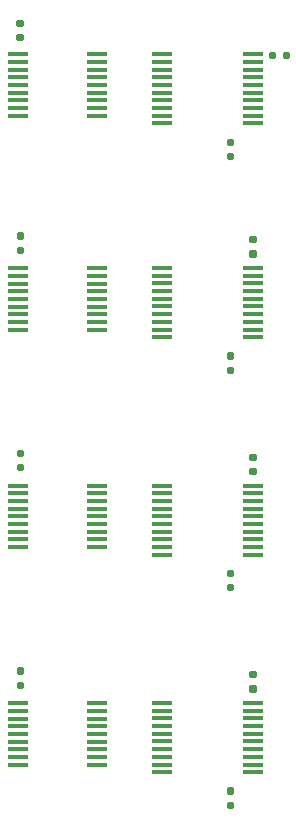
<source format=gtp>
G75*
%MOIN*%
%OFA0B0*%
%FSLAX25Y25*%
%IPPOS*%
%LPD*%
%AMOC8*
5,1,8,0,0,1.08239X$1,22.5*
%
%ADD10R,0.07087X0.01575*%
%ADD11R,0.01181X0.01181*%
%ADD12C,0.01575*%
D10*
X0446050Y0160675D03*
X0446050Y0163234D03*
X0446050Y0165793D03*
X0446050Y0168352D03*
X0446050Y0170911D03*
X0446050Y0173470D03*
X0446050Y0176030D03*
X0446050Y0178589D03*
X0446050Y0181148D03*
X0472625Y0181148D03*
X0472625Y0178589D03*
X0472625Y0176030D03*
X0472625Y0173470D03*
X0472625Y0170911D03*
X0472625Y0168352D03*
X0472625Y0165793D03*
X0472625Y0163234D03*
X0472625Y0160675D03*
X0494081Y0160705D03*
X0494081Y0163264D03*
X0494081Y0165823D03*
X0494081Y0168382D03*
X0494081Y0170941D03*
X0494081Y0173500D03*
X0494081Y0176059D03*
X0494081Y0178618D03*
X0494081Y0181177D03*
X0494081Y0158146D03*
X0524593Y0158146D03*
X0524593Y0160705D03*
X0524593Y0163264D03*
X0524593Y0165823D03*
X0524593Y0168382D03*
X0524593Y0170941D03*
X0524593Y0173500D03*
X0524593Y0176059D03*
X0524593Y0178618D03*
X0524593Y0181177D03*
X0524593Y0230646D03*
X0524593Y0233205D03*
X0524593Y0235764D03*
X0524593Y0238323D03*
X0524593Y0240882D03*
X0524593Y0243441D03*
X0524593Y0246000D03*
X0524593Y0248559D03*
X0524593Y0251118D03*
X0524593Y0253677D03*
X0494081Y0253677D03*
X0494081Y0251118D03*
X0494081Y0248559D03*
X0494081Y0246000D03*
X0494081Y0243441D03*
X0494081Y0240882D03*
X0494081Y0238323D03*
X0494081Y0235764D03*
X0494081Y0233205D03*
X0494081Y0230646D03*
X0472625Y0233175D03*
X0472625Y0235734D03*
X0472625Y0238293D03*
X0472625Y0240852D03*
X0472625Y0243411D03*
X0472625Y0245970D03*
X0472625Y0248530D03*
X0472625Y0251089D03*
X0472625Y0253648D03*
X0446050Y0253648D03*
X0446050Y0251089D03*
X0446050Y0248530D03*
X0446050Y0245970D03*
X0446050Y0243411D03*
X0446050Y0240852D03*
X0446050Y0238293D03*
X0446050Y0235734D03*
X0446050Y0233175D03*
X0446050Y0305675D03*
X0446050Y0308234D03*
X0446050Y0310793D03*
X0446050Y0313352D03*
X0446050Y0315911D03*
X0446050Y0318470D03*
X0446050Y0321030D03*
X0446050Y0323589D03*
X0446050Y0326148D03*
X0472625Y0326148D03*
X0472625Y0323589D03*
X0472625Y0321030D03*
X0472625Y0318470D03*
X0472625Y0315911D03*
X0472625Y0313352D03*
X0472625Y0310793D03*
X0472625Y0308234D03*
X0472625Y0305675D03*
X0494081Y0305705D03*
X0494081Y0308264D03*
X0494081Y0310823D03*
X0494081Y0313382D03*
X0494081Y0315941D03*
X0494081Y0318500D03*
X0494081Y0321059D03*
X0494081Y0323618D03*
X0494081Y0326177D03*
X0494081Y0303146D03*
X0524593Y0303146D03*
X0524593Y0305705D03*
X0524593Y0308264D03*
X0524593Y0310823D03*
X0524593Y0313382D03*
X0524593Y0315941D03*
X0524593Y0318500D03*
X0524593Y0321059D03*
X0524593Y0323618D03*
X0524593Y0326177D03*
X0524593Y0374396D03*
X0524593Y0376955D03*
X0524593Y0379514D03*
X0524593Y0382073D03*
X0524593Y0384632D03*
X0524593Y0387191D03*
X0524593Y0389750D03*
X0524593Y0392309D03*
X0524593Y0394868D03*
X0524593Y0397427D03*
X0494081Y0397427D03*
X0494081Y0394868D03*
X0494081Y0392309D03*
X0494081Y0389750D03*
X0494081Y0387191D03*
X0494081Y0384632D03*
X0494081Y0382073D03*
X0494081Y0379514D03*
X0494081Y0376955D03*
X0494081Y0374396D03*
X0472625Y0376925D03*
X0472625Y0379484D03*
X0472625Y0382043D03*
X0472625Y0384602D03*
X0472625Y0387161D03*
X0472625Y0389720D03*
X0472625Y0392280D03*
X0472625Y0394839D03*
X0472625Y0397398D03*
X0446050Y0397398D03*
X0446050Y0394839D03*
X0446050Y0392280D03*
X0446050Y0389720D03*
X0446050Y0387161D03*
X0446050Y0384602D03*
X0446050Y0382043D03*
X0446050Y0379484D03*
X0446050Y0376925D03*
D11*
X0446631Y0403136D03*
X0446631Y0407860D03*
X0516837Y0368274D03*
X0516837Y0363549D03*
X0524337Y0335774D03*
X0524337Y0331049D03*
X0516837Y0297024D03*
X0516837Y0292299D03*
X0524337Y0263274D03*
X0524337Y0258549D03*
X0516837Y0224524D03*
X0516837Y0219799D03*
X0524337Y0190774D03*
X0524337Y0186049D03*
X0516837Y0152024D03*
X0516837Y0147299D03*
X0446837Y0187299D03*
X0446837Y0192024D03*
X0446837Y0259799D03*
X0446837Y0264524D03*
X0446837Y0332299D03*
X0446837Y0337024D03*
X0530725Y0397161D03*
X0535449Y0397161D03*
D12*
X0535056Y0396768D02*
X0535056Y0397555D01*
X0535843Y0397555D01*
X0535843Y0396768D01*
X0535056Y0396768D01*
X0531119Y0396768D02*
X0530331Y0396768D01*
X0530331Y0397555D01*
X0531119Y0397555D01*
X0531119Y0396768D01*
X0517231Y0368667D02*
X0517231Y0367880D01*
X0516444Y0367880D01*
X0516444Y0368667D01*
X0517231Y0368667D01*
X0517231Y0363943D02*
X0517231Y0363156D01*
X0516444Y0363156D01*
X0516444Y0363943D01*
X0517231Y0363943D01*
X0523944Y0336167D02*
X0524731Y0336167D01*
X0524731Y0335380D01*
X0523944Y0335380D01*
X0523944Y0336167D01*
X0523944Y0331443D02*
X0524731Y0331443D01*
X0524731Y0330656D01*
X0523944Y0330656D01*
X0523944Y0331443D01*
X0517231Y0297417D02*
X0517231Y0296630D01*
X0516444Y0296630D01*
X0516444Y0297417D01*
X0517231Y0297417D01*
X0517231Y0292693D02*
X0517231Y0291906D01*
X0516444Y0291906D01*
X0516444Y0292693D01*
X0517231Y0292693D01*
X0523944Y0263667D02*
X0524731Y0263667D01*
X0524731Y0262880D01*
X0523944Y0262880D01*
X0523944Y0263667D01*
X0523944Y0258943D02*
X0524731Y0258943D01*
X0524731Y0258156D01*
X0523944Y0258156D01*
X0523944Y0258943D01*
X0517231Y0224917D02*
X0517231Y0224130D01*
X0516444Y0224130D01*
X0516444Y0224917D01*
X0517231Y0224917D01*
X0517231Y0220193D02*
X0517231Y0219406D01*
X0516444Y0219406D01*
X0516444Y0220193D01*
X0517231Y0220193D01*
X0523944Y0191167D02*
X0524731Y0191167D01*
X0524731Y0190380D01*
X0523944Y0190380D01*
X0523944Y0191167D01*
X0523944Y0186443D02*
X0524731Y0186443D01*
X0524731Y0185656D01*
X0523944Y0185656D01*
X0523944Y0186443D01*
X0517231Y0152417D02*
X0517231Y0151630D01*
X0516444Y0151630D01*
X0516444Y0152417D01*
X0517231Y0152417D01*
X0517231Y0147693D02*
X0517231Y0146906D01*
X0516444Y0146906D01*
X0516444Y0147693D01*
X0517231Y0147693D01*
X0447231Y0186906D02*
X0446444Y0186906D01*
X0446444Y0187693D01*
X0447231Y0187693D01*
X0447231Y0186906D01*
X0447231Y0191630D02*
X0446444Y0191630D01*
X0446444Y0192417D01*
X0447231Y0192417D01*
X0447231Y0191630D01*
X0447231Y0259406D02*
X0446444Y0259406D01*
X0446444Y0260193D01*
X0447231Y0260193D01*
X0447231Y0259406D01*
X0447231Y0264130D02*
X0446444Y0264130D01*
X0446444Y0264917D01*
X0447231Y0264917D01*
X0447231Y0264130D01*
X0447231Y0331906D02*
X0446444Y0331906D01*
X0446444Y0332693D01*
X0447231Y0332693D01*
X0447231Y0331906D01*
X0447231Y0336630D02*
X0446444Y0336630D01*
X0446444Y0337417D01*
X0447231Y0337417D01*
X0447231Y0336630D01*
X0447024Y0402742D02*
X0446237Y0402742D01*
X0446237Y0403530D01*
X0447024Y0403530D01*
X0447024Y0402742D01*
X0447024Y0407467D02*
X0446237Y0407467D01*
X0446237Y0408254D01*
X0447024Y0408254D01*
X0447024Y0407467D01*
M02*

</source>
